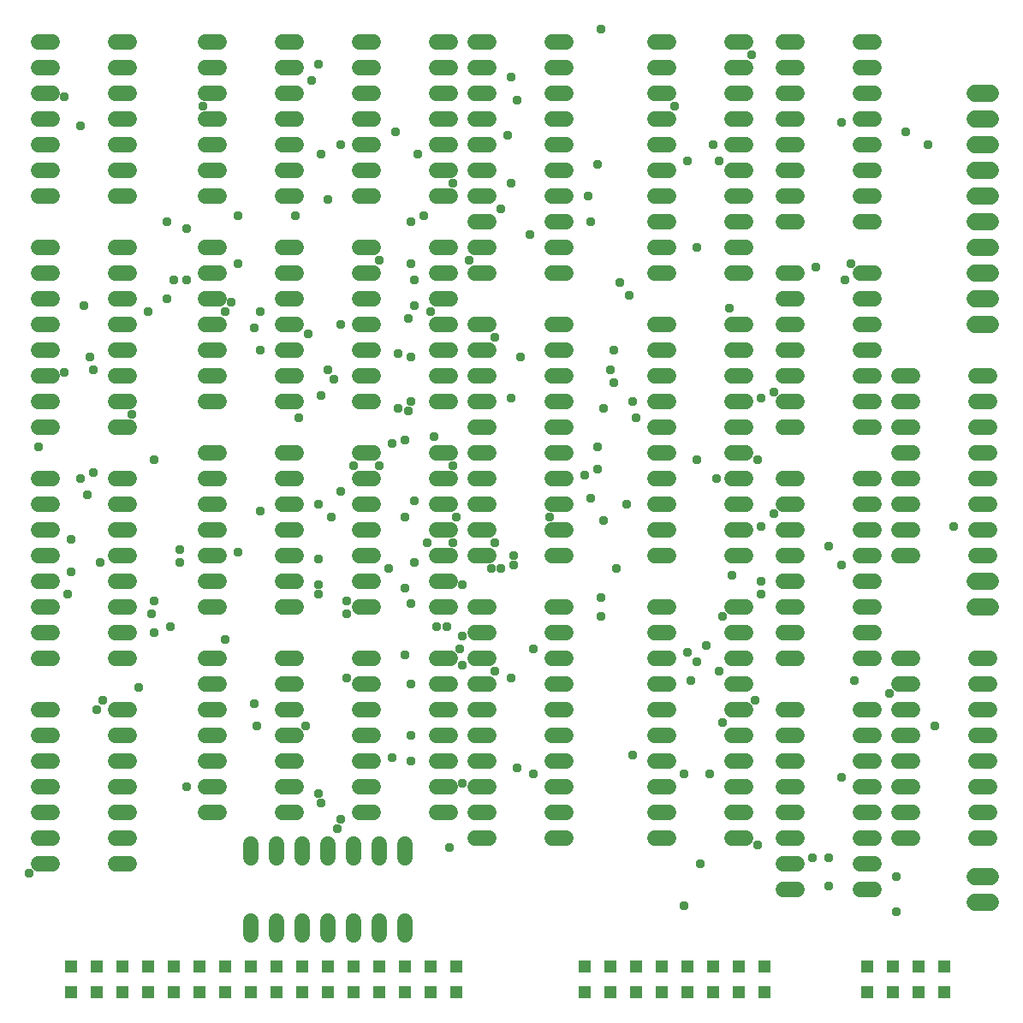
<source format=gbr>
G04 EAGLE Gerber RS-274X export*
G75*
%MOMM*%
%FSLAX34Y34*%
%LPD*%
%INSoldermask Bottom*%
%IPPOS*%
%AMOC8*
5,1,8,0,0,1.08239X$1,22.5*%
G01*
%ADD10C,1.524000*%
%ADD11C,1.727200*%
%ADD12R,1.261200X1.261200*%
%ADD13C,0.959600*%


D10*
X-1009396Y596900D02*
X-1022604Y596900D01*
X-1022604Y622300D02*
X-1009396Y622300D01*
X-1009396Y749300D02*
X-1022604Y749300D01*
X-1022604Y774700D02*
X-1009396Y774700D01*
X-1009396Y647700D02*
X-1022604Y647700D01*
X-1022604Y673100D02*
X-1009396Y673100D01*
X-1009396Y723900D02*
X-1022604Y723900D01*
X-1022604Y698500D02*
X-1009396Y698500D01*
X-1085596Y774700D02*
X-1098804Y774700D01*
X-1098804Y749300D02*
X-1085596Y749300D01*
X-1085596Y723900D02*
X-1098804Y723900D01*
X-1098804Y698500D02*
X-1085596Y698500D01*
X-1085596Y673100D02*
X-1098804Y673100D01*
X-1098804Y647700D02*
X-1085596Y647700D01*
X-1085596Y622300D02*
X-1098804Y622300D01*
X-1098804Y596900D02*
X-1085596Y596900D01*
X-705104Y622300D02*
X-691896Y622300D01*
X-691896Y647700D02*
X-705104Y647700D01*
X-705104Y774700D02*
X-691896Y774700D01*
X-768096Y774700D02*
X-781304Y774700D01*
X-705104Y673100D02*
X-691896Y673100D01*
X-691896Y698500D02*
X-705104Y698500D01*
X-705104Y749300D02*
X-691896Y749300D01*
X-691896Y723900D02*
X-705104Y723900D01*
X-768096Y749300D02*
X-781304Y749300D01*
X-781304Y723900D02*
X-768096Y723900D01*
X-768096Y698500D02*
X-781304Y698500D01*
X-781304Y673100D02*
X-768096Y673100D01*
X-768096Y647700D02*
X-781304Y647700D01*
X-781304Y622300D02*
X-768096Y622300D01*
X-1009396Y165100D02*
X-1022604Y165100D01*
X-1022604Y190500D02*
X-1009396Y190500D01*
X-1009396Y317500D02*
X-1022604Y317500D01*
X-1085596Y317500D02*
X-1098804Y317500D01*
X-1022604Y215900D02*
X-1009396Y215900D01*
X-1009396Y241300D02*
X-1022604Y241300D01*
X-1022604Y292100D02*
X-1009396Y292100D01*
X-1009396Y266700D02*
X-1022604Y266700D01*
X-1085596Y292100D02*
X-1098804Y292100D01*
X-1098804Y266700D02*
X-1085596Y266700D01*
X-1085596Y241300D02*
X-1098804Y241300D01*
X-1098804Y215900D02*
X-1085596Y215900D01*
X-1085596Y190500D02*
X-1098804Y190500D01*
X-1098804Y165100D02*
X-1085596Y165100D01*
X-705104Y215900D02*
X-691896Y215900D01*
X-691896Y241300D02*
X-705104Y241300D01*
X-705104Y368300D02*
X-691896Y368300D01*
X-768096Y368300D02*
X-781304Y368300D01*
X-705104Y266700D02*
X-691896Y266700D01*
X-691896Y292100D02*
X-705104Y292100D01*
X-705104Y342900D02*
X-691896Y342900D01*
X-691896Y317500D02*
X-705104Y317500D01*
X-768096Y342900D02*
X-781304Y342900D01*
X-781304Y317500D02*
X-768096Y317500D01*
X-768096Y292100D02*
X-781304Y292100D01*
X-781304Y266700D02*
X-768096Y266700D01*
X-768096Y241300D02*
X-781304Y241300D01*
X-781304Y215900D02*
X-768096Y215900D01*
X-590804Y419100D02*
X-577596Y419100D01*
X-577596Y393700D02*
X-590804Y393700D01*
X-590804Y266700D02*
X-577596Y266700D01*
X-577596Y241300D02*
X-590804Y241300D01*
X-590804Y368300D02*
X-577596Y368300D01*
X-577596Y342900D02*
X-590804Y342900D01*
X-590804Y292100D02*
X-577596Y292100D01*
X-577596Y317500D02*
X-590804Y317500D01*
X-590804Y215900D02*
X-577596Y215900D01*
X-577596Y190500D02*
X-590804Y190500D01*
X-653796Y190500D02*
X-667004Y190500D01*
X-667004Y215900D02*
X-653796Y215900D01*
X-653796Y241300D02*
X-667004Y241300D01*
X-667004Y266700D02*
X-653796Y266700D01*
X-653796Y292100D02*
X-667004Y292100D01*
X-667004Y317500D02*
X-653796Y317500D01*
X-653796Y342900D02*
X-667004Y342900D01*
X-667004Y368300D02*
X-653796Y368300D01*
X-653796Y393700D02*
X-667004Y393700D01*
X-667004Y419100D02*
X-653796Y419100D01*
X-1009396Y825500D02*
X-1022604Y825500D01*
X-1022604Y850900D02*
X-1009396Y850900D01*
X-1009396Y977900D02*
X-1022604Y977900D01*
X-1085596Y977900D02*
X-1098804Y977900D01*
X-1022604Y876300D02*
X-1009396Y876300D01*
X-1009396Y901700D02*
X-1022604Y901700D01*
X-1022604Y952500D02*
X-1009396Y952500D01*
X-1009396Y927100D02*
X-1022604Y927100D01*
X-1085596Y952500D02*
X-1098804Y952500D01*
X-1098804Y927100D02*
X-1085596Y927100D01*
X-1085596Y901700D02*
X-1098804Y901700D01*
X-1098804Y876300D02*
X-1085596Y876300D01*
X-1085596Y850900D02*
X-1098804Y850900D01*
X-1098804Y825500D02*
X-1085596Y825500D01*
X-857504Y825500D02*
X-844296Y825500D01*
X-844296Y850900D02*
X-857504Y850900D01*
X-857504Y977900D02*
X-844296Y977900D01*
X-920496Y977900D02*
X-933704Y977900D01*
X-857504Y876300D02*
X-844296Y876300D01*
X-844296Y901700D02*
X-857504Y901700D01*
X-857504Y952500D02*
X-844296Y952500D01*
X-844296Y927100D02*
X-857504Y927100D01*
X-920496Y952500D02*
X-933704Y952500D01*
X-933704Y927100D02*
X-920496Y927100D01*
X-920496Y901700D02*
X-933704Y901700D01*
X-933704Y876300D02*
X-920496Y876300D01*
X-920496Y850900D02*
X-933704Y850900D01*
X-933704Y825500D02*
X-920496Y825500D01*
X-590804Y698500D02*
X-577596Y698500D01*
X-577596Y673100D02*
X-590804Y673100D01*
X-590804Y546100D02*
X-577596Y546100D01*
X-577596Y520700D02*
X-590804Y520700D01*
X-590804Y647700D02*
X-577596Y647700D01*
X-577596Y622300D02*
X-590804Y622300D01*
X-590804Y571500D02*
X-577596Y571500D01*
X-577596Y596900D02*
X-590804Y596900D01*
X-590804Y495300D02*
X-577596Y495300D01*
X-577596Y469900D02*
X-590804Y469900D01*
X-653796Y469900D02*
X-667004Y469900D01*
X-667004Y495300D02*
X-653796Y495300D01*
X-653796Y520700D02*
X-667004Y520700D01*
X-667004Y546100D02*
X-653796Y546100D01*
X-653796Y571500D02*
X-667004Y571500D01*
X-667004Y596900D02*
X-653796Y596900D01*
X-653796Y622300D02*
X-667004Y622300D01*
X-667004Y647700D02*
X-653796Y647700D01*
X-653796Y673100D02*
X-667004Y673100D01*
X-667004Y698500D02*
X-653796Y698500D01*
X-362204Y977900D02*
X-348996Y977900D01*
X-348996Y952500D02*
X-362204Y952500D01*
X-362204Y825500D02*
X-348996Y825500D01*
X-348996Y800100D02*
X-362204Y800100D01*
X-362204Y927100D02*
X-348996Y927100D01*
X-348996Y901700D02*
X-362204Y901700D01*
X-362204Y850900D02*
X-348996Y850900D01*
X-348996Y876300D02*
X-362204Y876300D01*
X-286004Y800100D02*
X-272796Y800100D01*
X-272796Y825500D02*
X-286004Y825500D01*
X-286004Y850900D02*
X-272796Y850900D01*
X-272796Y876300D02*
X-286004Y876300D01*
X-286004Y901700D02*
X-272796Y901700D01*
X-272796Y927100D02*
X-286004Y927100D01*
X-286004Y952500D02*
X-272796Y952500D01*
X-272796Y977900D02*
X-286004Y977900D01*
X-844296Y215900D02*
X-857504Y215900D01*
X-857504Y241300D02*
X-844296Y241300D01*
X-844296Y368300D02*
X-857504Y368300D01*
X-920496Y368300D02*
X-933704Y368300D01*
X-857504Y266700D02*
X-844296Y266700D01*
X-844296Y292100D02*
X-857504Y292100D01*
X-857504Y342900D02*
X-844296Y342900D01*
X-844296Y317500D02*
X-857504Y317500D01*
X-920496Y342900D02*
X-933704Y342900D01*
X-933704Y317500D02*
X-920496Y317500D01*
X-920496Y292100D02*
X-933704Y292100D01*
X-933704Y266700D02*
X-920496Y266700D01*
X-920496Y241300D02*
X-933704Y241300D01*
X-933704Y215900D02*
X-920496Y215900D01*
X-1009396Y368300D02*
X-1022604Y368300D01*
X-1022604Y393700D02*
X-1009396Y393700D01*
X-1009396Y520700D02*
X-1022604Y520700D01*
X-1022604Y546100D02*
X-1009396Y546100D01*
X-1009396Y419100D02*
X-1022604Y419100D01*
X-1022604Y444500D02*
X-1009396Y444500D01*
X-1009396Y495300D02*
X-1022604Y495300D01*
X-1022604Y469900D02*
X-1009396Y469900D01*
X-1085596Y546100D02*
X-1098804Y546100D01*
X-1098804Y520700D02*
X-1085596Y520700D01*
X-1085596Y495300D02*
X-1098804Y495300D01*
X-1098804Y469900D02*
X-1085596Y469900D01*
X-1085596Y444500D02*
X-1098804Y444500D01*
X-1098804Y419100D02*
X-1085596Y419100D01*
X-1085596Y393700D02*
X-1098804Y393700D01*
X-1098804Y368300D02*
X-1085596Y368300D01*
X-857504Y622300D02*
X-844296Y622300D01*
X-844296Y647700D02*
X-857504Y647700D01*
X-857504Y774700D02*
X-844296Y774700D01*
X-920496Y774700D02*
X-933704Y774700D01*
X-857504Y673100D02*
X-844296Y673100D01*
X-844296Y698500D02*
X-857504Y698500D01*
X-857504Y749300D02*
X-844296Y749300D01*
X-844296Y723900D02*
X-857504Y723900D01*
X-920496Y749300D02*
X-933704Y749300D01*
X-933704Y723900D02*
X-920496Y723900D01*
X-920496Y698500D02*
X-933704Y698500D01*
X-933704Y673100D02*
X-920496Y673100D01*
X-920496Y647700D02*
X-933704Y647700D01*
X-933704Y622300D02*
X-920496Y622300D01*
X-857504Y419100D02*
X-844296Y419100D01*
X-844296Y444500D02*
X-857504Y444500D01*
X-857504Y571500D02*
X-844296Y571500D01*
X-920496Y571500D02*
X-933704Y571500D01*
X-857504Y469900D02*
X-844296Y469900D01*
X-844296Y495300D02*
X-857504Y495300D01*
X-857504Y546100D02*
X-844296Y546100D01*
X-844296Y520700D02*
X-857504Y520700D01*
X-920496Y546100D02*
X-933704Y546100D01*
X-933704Y520700D02*
X-920496Y520700D01*
X-920496Y495300D02*
X-933704Y495300D01*
X-933704Y469900D02*
X-920496Y469900D01*
X-920496Y444500D02*
X-933704Y444500D01*
X-933704Y419100D02*
X-920496Y419100D01*
X-705104Y419100D02*
X-691896Y419100D01*
X-691896Y444500D02*
X-705104Y444500D01*
X-705104Y571500D02*
X-691896Y571500D01*
X-768096Y571500D02*
X-781304Y571500D01*
X-705104Y469900D02*
X-691896Y469900D01*
X-691896Y495300D02*
X-705104Y495300D01*
X-705104Y546100D02*
X-691896Y546100D01*
X-691896Y520700D02*
X-705104Y520700D01*
X-768096Y546100D02*
X-781304Y546100D01*
X-781304Y520700D02*
X-768096Y520700D01*
X-768096Y495300D02*
X-781304Y495300D01*
X-781304Y469900D02*
X-768096Y469900D01*
X-768096Y444500D02*
X-781304Y444500D01*
X-781304Y419100D02*
X-768096Y419100D01*
X-705104Y825500D02*
X-691896Y825500D01*
X-691896Y850900D02*
X-705104Y850900D01*
X-705104Y977900D02*
X-691896Y977900D01*
X-768096Y977900D02*
X-781304Y977900D01*
X-705104Y876300D02*
X-691896Y876300D01*
X-691896Y901700D02*
X-705104Y901700D01*
X-705104Y952500D02*
X-691896Y952500D01*
X-691896Y927100D02*
X-705104Y927100D01*
X-768096Y952500D02*
X-781304Y952500D01*
X-781304Y927100D02*
X-768096Y927100D01*
X-768096Y901700D02*
X-781304Y901700D01*
X-781304Y876300D02*
X-768096Y876300D01*
X-768096Y850900D02*
X-781304Y850900D01*
X-781304Y825500D02*
X-768096Y825500D01*
X-489204Y977900D02*
X-475996Y977900D01*
X-475996Y952500D02*
X-489204Y952500D01*
X-489204Y825500D02*
X-475996Y825500D01*
X-475996Y800100D02*
X-489204Y800100D01*
X-489204Y927100D02*
X-475996Y927100D01*
X-475996Y901700D02*
X-489204Y901700D01*
X-489204Y850900D02*
X-475996Y850900D01*
X-475996Y876300D02*
X-489204Y876300D01*
X-489204Y774700D02*
X-475996Y774700D01*
X-475996Y749300D02*
X-489204Y749300D01*
X-413004Y749300D02*
X-399796Y749300D01*
X-399796Y774700D02*
X-413004Y774700D01*
X-413004Y800100D02*
X-399796Y800100D01*
X-399796Y825500D02*
X-413004Y825500D01*
X-413004Y850900D02*
X-399796Y850900D01*
X-399796Y876300D02*
X-413004Y876300D01*
X-413004Y901700D02*
X-399796Y901700D01*
X-399796Y927100D02*
X-413004Y927100D01*
X-413004Y952500D02*
X-399796Y952500D01*
X-399796Y977900D02*
X-413004Y977900D01*
X-577596Y977900D02*
X-590804Y977900D01*
X-590804Y952500D02*
X-577596Y952500D01*
X-577596Y825500D02*
X-590804Y825500D01*
X-590804Y800100D02*
X-577596Y800100D01*
X-577596Y927100D02*
X-590804Y927100D01*
X-590804Y901700D02*
X-577596Y901700D01*
X-577596Y850900D02*
X-590804Y850900D01*
X-590804Y876300D02*
X-577596Y876300D01*
X-577596Y774700D02*
X-590804Y774700D01*
X-590804Y749300D02*
X-577596Y749300D01*
X-653796Y749300D02*
X-667004Y749300D01*
X-667004Y774700D02*
X-653796Y774700D01*
X-653796Y800100D02*
X-667004Y800100D01*
X-667004Y825500D02*
X-653796Y825500D01*
X-653796Y850900D02*
X-667004Y850900D01*
X-667004Y876300D02*
X-653796Y876300D01*
X-653796Y901700D02*
X-667004Y901700D01*
X-667004Y927100D02*
X-653796Y927100D01*
X-653796Y952500D02*
X-667004Y952500D01*
X-667004Y977900D02*
X-653796Y977900D01*
X-889000Y108204D02*
X-889000Y94996D01*
X-863600Y94996D02*
X-863600Y108204D01*
X-736600Y108204D02*
X-736600Y94996D01*
X-736600Y171196D02*
X-736600Y184404D01*
X-838200Y108204D02*
X-838200Y94996D01*
X-812800Y94996D02*
X-812800Y108204D01*
X-762000Y108204D02*
X-762000Y94996D01*
X-787400Y94996D02*
X-787400Y108204D01*
X-762000Y171196D02*
X-762000Y184404D01*
X-787400Y184404D02*
X-787400Y171196D01*
X-812800Y171196D02*
X-812800Y184404D01*
X-838200Y184404D02*
X-838200Y171196D01*
X-863600Y171196D02*
X-863600Y184404D01*
X-889000Y184404D02*
X-889000Y171196D01*
X-362204Y546100D02*
X-348996Y546100D01*
X-348996Y520700D02*
X-362204Y520700D01*
X-362204Y393700D02*
X-348996Y393700D01*
X-348996Y368300D02*
X-362204Y368300D01*
X-362204Y495300D02*
X-348996Y495300D01*
X-348996Y469900D02*
X-362204Y469900D01*
X-362204Y419100D02*
X-348996Y419100D01*
X-348996Y444500D02*
X-362204Y444500D01*
X-286004Y368300D02*
X-272796Y368300D01*
X-272796Y393700D02*
X-286004Y393700D01*
X-286004Y419100D02*
X-272796Y419100D01*
X-272796Y444500D02*
X-286004Y444500D01*
X-286004Y469900D02*
X-272796Y469900D01*
X-272796Y495300D02*
X-286004Y495300D01*
X-286004Y520700D02*
X-272796Y520700D01*
X-272796Y546100D02*
X-286004Y546100D01*
X-247904Y647700D02*
X-234696Y647700D01*
X-234696Y622300D02*
X-247904Y622300D01*
X-247904Y495300D02*
X-234696Y495300D01*
X-234696Y469900D02*
X-247904Y469900D01*
X-247904Y596900D02*
X-234696Y596900D01*
X-234696Y571500D02*
X-247904Y571500D01*
X-247904Y520700D02*
X-234696Y520700D01*
X-234696Y546100D02*
X-247904Y546100D01*
X-171704Y469900D02*
X-158496Y469900D01*
X-158496Y495300D02*
X-171704Y495300D01*
X-171704Y520700D02*
X-158496Y520700D01*
X-158496Y546100D02*
X-171704Y546100D01*
X-171704Y571500D02*
X-158496Y571500D01*
X-158496Y596900D02*
X-171704Y596900D01*
X-171704Y622300D02*
X-158496Y622300D01*
X-158496Y647700D02*
X-171704Y647700D01*
X-399796Y469900D02*
X-413004Y469900D01*
X-413004Y495300D02*
X-399796Y495300D01*
X-399796Y622300D02*
X-413004Y622300D01*
X-413004Y647700D02*
X-399796Y647700D01*
X-399796Y520700D02*
X-413004Y520700D01*
X-413004Y546100D02*
X-399796Y546100D01*
X-399796Y596900D02*
X-413004Y596900D01*
X-413004Y571500D02*
X-399796Y571500D01*
X-399796Y673100D02*
X-413004Y673100D01*
X-413004Y698500D02*
X-399796Y698500D01*
X-475996Y698500D02*
X-489204Y698500D01*
X-489204Y673100D02*
X-475996Y673100D01*
X-475996Y647700D02*
X-489204Y647700D01*
X-489204Y622300D02*
X-475996Y622300D01*
X-475996Y596900D02*
X-489204Y596900D01*
X-489204Y571500D02*
X-475996Y571500D01*
X-475996Y546100D02*
X-489204Y546100D01*
X-489204Y520700D02*
X-475996Y520700D01*
X-475996Y495300D02*
X-489204Y495300D01*
X-489204Y469900D02*
X-475996Y469900D01*
X-362204Y317500D02*
X-348996Y317500D01*
X-348996Y292100D02*
X-362204Y292100D01*
X-362204Y165100D02*
X-348996Y165100D01*
X-348996Y139700D02*
X-362204Y139700D01*
X-362204Y266700D02*
X-348996Y266700D01*
X-348996Y241300D02*
X-362204Y241300D01*
X-362204Y190500D02*
X-348996Y190500D01*
X-348996Y215900D02*
X-362204Y215900D01*
X-286004Y139700D02*
X-272796Y139700D01*
X-272796Y165100D02*
X-286004Y165100D01*
X-286004Y190500D02*
X-272796Y190500D01*
X-272796Y215900D02*
X-286004Y215900D01*
X-286004Y241300D02*
X-272796Y241300D01*
X-272796Y266700D02*
X-286004Y266700D01*
X-286004Y292100D02*
X-272796Y292100D01*
X-272796Y317500D02*
X-286004Y317500D01*
X-247904Y368300D02*
X-234696Y368300D01*
X-234696Y342900D02*
X-247904Y342900D01*
X-247904Y215900D02*
X-234696Y215900D01*
X-234696Y190500D02*
X-247904Y190500D01*
X-247904Y317500D02*
X-234696Y317500D01*
X-234696Y292100D02*
X-247904Y292100D01*
X-247904Y241300D02*
X-234696Y241300D01*
X-234696Y266700D02*
X-247904Y266700D01*
X-171704Y190500D02*
X-158496Y190500D01*
X-158496Y215900D02*
X-171704Y215900D01*
X-171704Y241300D02*
X-158496Y241300D01*
X-158496Y266700D02*
X-171704Y266700D01*
X-171704Y292100D02*
X-158496Y292100D01*
X-158496Y317500D02*
X-171704Y317500D01*
X-171704Y342900D02*
X-158496Y342900D01*
X-158496Y368300D02*
X-171704Y368300D01*
X-399796Y190500D02*
X-413004Y190500D01*
X-413004Y215900D02*
X-399796Y215900D01*
X-399796Y342900D02*
X-413004Y342900D01*
X-413004Y368300D02*
X-399796Y368300D01*
X-399796Y241300D02*
X-413004Y241300D01*
X-413004Y266700D02*
X-399796Y266700D01*
X-399796Y317500D02*
X-413004Y317500D01*
X-413004Y292100D02*
X-399796Y292100D01*
X-399796Y393700D02*
X-413004Y393700D01*
X-413004Y419100D02*
X-399796Y419100D01*
X-475996Y419100D02*
X-489204Y419100D01*
X-489204Y393700D02*
X-475996Y393700D01*
X-475996Y368300D02*
X-489204Y368300D01*
X-489204Y342900D02*
X-475996Y342900D01*
X-475996Y317500D02*
X-489204Y317500D01*
X-489204Y292100D02*
X-475996Y292100D01*
X-475996Y266700D02*
X-489204Y266700D01*
X-489204Y241300D02*
X-475996Y241300D01*
X-475996Y215900D02*
X-489204Y215900D01*
X-489204Y190500D02*
X-475996Y190500D01*
D11*
X-172720Y876300D02*
X-157480Y876300D01*
X-157480Y850900D02*
X-172720Y850900D01*
X-172720Y825500D02*
X-157480Y825500D01*
X-157480Y800100D02*
X-172720Y800100D01*
X-172720Y774700D02*
X-157480Y774700D01*
X-157480Y749300D02*
X-172720Y749300D01*
X-172720Y723900D02*
X-157480Y723900D01*
X-157480Y698500D02*
X-172720Y698500D01*
X-172720Y927100D02*
X-157480Y927100D01*
X-157480Y901700D02*
X-172720Y901700D01*
D12*
X-1066800Y38100D03*
X-1041400Y38100D03*
X-1016000Y38100D03*
X-990600Y38100D03*
X-965200Y38100D03*
X-939800Y38100D03*
X-914400Y38100D03*
X-889000Y38100D03*
X-863600Y38100D03*
X-838200Y38100D03*
X-812800Y38100D03*
X-787400Y38100D03*
X-762000Y38100D03*
X-736600Y38100D03*
X-711200Y38100D03*
X-685800Y38100D03*
X-558800Y38100D03*
X-533400Y38100D03*
X-508000Y38100D03*
X-482600Y38100D03*
X-457200Y38100D03*
X-431800Y38100D03*
X-406400Y38100D03*
X-381000Y38100D03*
X-279400Y38100D03*
X-228600Y38100D03*
X-203200Y38100D03*
X-254000Y38100D03*
X-1066800Y63500D03*
X-1041400Y63500D03*
X-1016000Y63500D03*
X-990600Y63500D03*
X-965200Y63500D03*
X-939800Y63500D03*
X-914400Y63500D03*
X-889000Y63500D03*
X-863600Y63500D03*
X-838200Y63500D03*
X-812800Y63500D03*
X-787400Y63500D03*
X-762000Y63500D03*
X-736600Y63500D03*
X-711200Y63500D03*
X-685800Y63500D03*
X-558800Y63500D03*
X-533400Y63500D03*
X-508000Y63500D03*
X-482600Y63500D03*
X-457200Y63500D03*
X-431800Y63500D03*
X-406400Y63500D03*
X-381000Y63500D03*
X-279400Y63500D03*
X-228600Y63500D03*
X-203200Y63500D03*
X-254000Y63500D03*
D11*
X-172720Y444500D02*
X-157480Y444500D01*
X-157480Y419100D02*
X-172720Y419100D01*
X-172720Y152400D02*
X-157480Y152400D01*
X-157480Y127000D02*
X-172720Y127000D01*
D10*
X-348996Y749300D02*
X-362204Y749300D01*
X-362204Y723900D02*
X-348996Y723900D01*
X-348996Y596900D02*
X-362204Y596900D01*
X-286004Y596900D02*
X-272796Y596900D01*
X-348996Y698500D02*
X-362204Y698500D01*
X-362204Y673100D02*
X-348996Y673100D01*
X-348996Y622300D02*
X-362204Y622300D01*
X-362204Y647700D02*
X-348996Y647700D01*
X-286004Y622300D02*
X-272796Y622300D01*
X-272796Y647700D02*
X-286004Y647700D01*
X-286004Y673100D02*
X-272796Y673100D01*
X-272796Y698500D02*
X-286004Y698500D01*
X-286004Y723900D02*
X-272796Y723900D01*
X-272796Y749300D02*
X-286004Y749300D01*
D13*
X-641350Y812800D03*
X-425450Y355600D03*
X-317500Y479425D03*
X-641350Y457200D03*
X-914400Y387350D03*
X-438150Y381000D03*
X-434975Y254000D03*
X-609600Y377825D03*
X-609600Y254000D03*
X-530225Y673100D03*
X-533400Y654050D03*
X-457200Y374650D03*
X-444500Y165100D03*
X-511175Y622300D03*
X-454025Y346075D03*
X-193675Y498475D03*
X-250825Y117475D03*
X-508000Y606425D03*
X-292100Y346075D03*
X-555625Y825500D03*
X-558800Y549275D03*
X-835025Y301625D03*
X-460375Y254000D03*
X-304800Y460375D03*
X-304800Y250825D03*
X-511175Y273050D03*
X-552450Y800100D03*
X-552450Y527050D03*
X-527050Y457200D03*
X-625475Y260350D03*
X-212725Y301625D03*
X-219075Y876300D03*
X-241300Y889000D03*
X-317500Y171450D03*
X-333375Y171450D03*
X-295275Y758825D03*
X-317500Y142875D03*
X-301625Y742950D03*
X-250825Y152400D03*
X-330200Y755650D03*
X-384175Y625475D03*
X-990600Y711200D03*
X-987425Y412750D03*
X-387350Y565150D03*
X-688975Y482600D03*
X-257175Y333375D03*
X-958850Y463550D03*
X-1038225Y463550D03*
X-793750Y425450D03*
X-822325Y466725D03*
X-546100Y555625D03*
X-530225Y641350D03*
X-1006475Y609600D03*
X-390525Y327025D03*
X-1044575Y552450D03*
X-984250Y565150D03*
X-809625Y508000D03*
X-822325Y520700D03*
X-422275Y409575D03*
X-679450Y441325D03*
X-1041400Y317500D03*
X-1057275Y895350D03*
X-1044575Y654050D03*
X-787400Y558800D03*
X-1066800Y485775D03*
X-447675Y365125D03*
X-447675Y565150D03*
X-1073150Y650875D03*
X-822325Y431800D03*
X-1069975Y431800D03*
X-517525Y520700D03*
X-542925Y428625D03*
X-730250Y422275D03*
X-736600Y438150D03*
X-822325Y234950D03*
X-1108075Y155575D03*
X-387350Y184150D03*
X-803275Y200025D03*
X-384175Y498475D03*
X-714375Y482600D03*
X-708025Y587375D03*
X-879475Y673100D03*
X-717550Y806450D03*
X-844550Y806450D03*
X-371475Y511175D03*
X-695325Y400050D03*
X-650875Y457200D03*
X-469900Y914400D03*
X-901700Y758825D03*
X-422275Y304800D03*
X-882650Y301625D03*
X-1035050Y327025D03*
X-384175Y444500D03*
X-457200Y860425D03*
X-746125Y889000D03*
X-984250Y425450D03*
X-828675Y939800D03*
X-730250Y342900D03*
X-736600Y508000D03*
X-800100Y533400D03*
X-412750Y450850D03*
X-727075Y463550D03*
X-958850Y476250D03*
X-384175Y431800D03*
X-752475Y457200D03*
X-819150Y628650D03*
X-819150Y866775D03*
X-730250Y266700D03*
X-692150Y180975D03*
X-733425Y612775D03*
X-749300Y269875D03*
X-1057275Y546100D03*
X-1054100Y717550D03*
X-936625Y914400D03*
X-952500Y793750D03*
X-879475Y514350D03*
X-984250Y393700D03*
X-971550Y723900D03*
X-968375Y400050D03*
X-965200Y742950D03*
X-1050925Y530225D03*
X-1047750Y666750D03*
X-914400Y711200D03*
X-901700Y473075D03*
X-1098550Y577850D03*
X-822325Y441325D03*
X-793750Y412750D03*
X-704850Y400050D03*
X-628650Y469900D03*
X-539750Y504825D03*
X-523875Y739775D03*
X-679450Y390525D03*
X-628650Y460375D03*
X-428625Y546100D03*
X-447675Y774700D03*
X-1066800Y454025D03*
X-393700Y965200D03*
X-742950Y669925D03*
X-727075Y742950D03*
X-425450Y860425D03*
X-901700Y806450D03*
X-822325Y955675D03*
X-1073150Y923925D03*
X-647700Y482600D03*
X-625475Y920750D03*
X-635000Y885825D03*
X-749300Y581025D03*
X-723900Y866775D03*
X-762000Y558800D03*
X-631825Y625475D03*
X-631825Y838200D03*
X-730250Y800100D03*
X-730250Y758825D03*
X-841375Y606425D03*
X-711200Y711200D03*
X-730250Y622300D03*
X-371475Y631825D03*
X-688975Y838200D03*
X-431800Y876300D03*
X-631825Y942975D03*
X-612775Y787400D03*
X-631825Y349250D03*
X-679450Y244475D03*
X-800100Y209550D03*
X-730250Y292100D03*
X-736600Y371475D03*
X-682625Y377825D03*
X-514350Y727075D03*
X-542925Y409575D03*
X-1000125Y339725D03*
X-679450Y361950D03*
X-812800Y654050D03*
X-812800Y822325D03*
X-673100Y762000D03*
X-971550Y800100D03*
X-539750Y615950D03*
X-542925Y990600D03*
X-546100Y577850D03*
X-546100Y857250D03*
X-800100Y876300D03*
X-800100Y698500D03*
X-647700Y685800D03*
X-806450Y644525D03*
X-742950Y615950D03*
X-736600Y584200D03*
X-688975Y558800D03*
X-593725Y508000D03*
X-908050Y720725D03*
X-730250Y666750D03*
X-727075Y523875D03*
X-685800Y508000D03*
X-793750Y349250D03*
X-647700Y355600D03*
X-622300Y666750D03*
X-762000Y762000D03*
X-819150Y225425D03*
X-831850Y688975D03*
X-733425Y704850D03*
X-727075Y717550D03*
X-879475Y711200D03*
X-885825Y323850D03*
X-885825Y695325D03*
X-952500Y241300D03*
X-952500Y742950D03*
X-415925Y714375D03*
X-304800Y898525D03*
X-460375Y123825D03*
M02*

</source>
